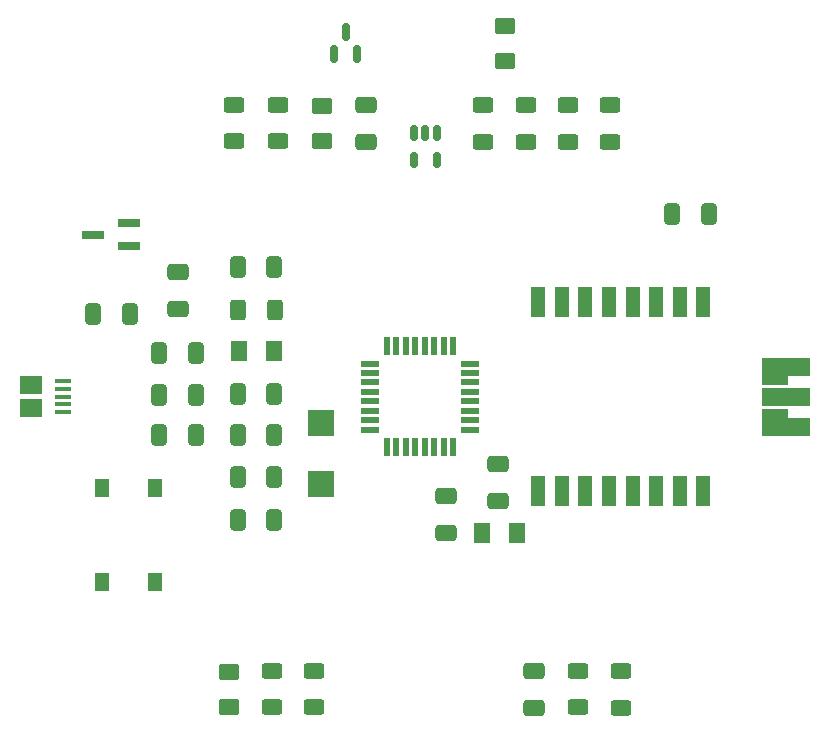
<source format=gtp>
G04 #@! TF.GenerationSoftware,KiCad,Pcbnew,7.0.0*
G04 #@! TF.CreationDate,2023-03-12T15:47:30-04:00*
G04 #@! TF.ProjectId,board,626f6172-642e-46b6-9963-61645f706362,rev?*
G04 #@! TF.SameCoordinates,Original*
G04 #@! TF.FileFunction,Paste,Top*
G04 #@! TF.FilePolarity,Positive*
%FSLAX46Y46*%
G04 Gerber Fmt 4.6, Leading zero omitted, Abs format (unit mm)*
G04 Created by KiCad (PCBNEW 7.0.0) date 2023-03-12 15:47:30*
%MOMM*%
%LPD*%
G01*
G04 APERTURE LIST*
G04 Aperture macros list*
%AMRoundRect*
0 Rectangle with rounded corners*
0 $1 Rounding radius*
0 $2 $3 $4 $5 $6 $7 $8 $9 X,Y pos of 4 corners*
0 Add a 4 corners polygon primitive as box body*
4,1,4,$2,$3,$4,$5,$6,$7,$8,$9,$2,$3,0*
0 Add four circle primitives for the rounded corners*
1,1,$1+$1,$2,$3*
1,1,$1+$1,$4,$5*
1,1,$1+$1,$6,$7*
1,1,$1+$1,$8,$9*
0 Add four rect primitives between the rounded corners*
20,1,$1+$1,$2,$3,$4,$5,0*
20,1,$1+$1,$4,$5,$6,$7,0*
20,1,$1+$1,$6,$7,$8,$9,0*
20,1,$1+$1,$8,$9,$2,$3,0*%
G04 Aperture macros list end*
%ADD10RoundRect,0.250000X0.650000X-0.412500X0.650000X0.412500X-0.650000X0.412500X-0.650000X-0.412500X0*%
%ADD11RoundRect,0.250000X-0.412500X-0.650000X0.412500X-0.650000X0.412500X0.650000X-0.412500X0.650000X0*%
%ADD12R,0.550000X1.600000*%
%ADD13R,1.600000X0.550000*%
%ADD14R,1.350000X0.400000*%
%ADD15R,1.900000X1.500000*%
%ADD16R,4.064000X1.524000*%
%ADD17R,2.200000X1.050000*%
%ADD18RoundRect,0.250000X-0.400000X-0.625000X0.400000X-0.625000X0.400000X0.625000X-0.400000X0.625000X0*%
%ADD19RoundRect,0.250000X0.412500X0.650000X-0.412500X0.650000X-0.412500X-0.650000X0.412500X-0.650000X0*%
%ADD20RoundRect,0.250000X0.625000X-0.400000X0.625000X0.400000X-0.625000X0.400000X-0.625000X-0.400000X0*%
%ADD21RoundRect,0.250001X0.462499X0.624999X-0.462499X0.624999X-0.462499X-0.624999X0.462499X-0.624999X0*%
%ADD22RoundRect,0.250001X-0.462499X-0.624999X0.462499X-0.624999X0.462499X0.624999X-0.462499X0.624999X0*%
%ADD23R,1.200000X2.500000*%
%ADD24RoundRect,0.250001X-0.624999X0.462499X-0.624999X-0.462499X0.624999X-0.462499X0.624999X0.462499X0*%
%ADD25R,1.900000X0.800000*%
%ADD26RoundRect,0.250000X-0.625000X0.400000X-0.625000X-0.400000X0.625000X-0.400000X0.625000X0.400000X0*%
%ADD27RoundRect,0.150000X-0.150000X0.512500X-0.150000X-0.512500X0.150000X-0.512500X0.150000X0.512500X0*%
%ADD28RoundRect,0.150000X0.150000X-0.587500X0.150000X0.587500X-0.150000X0.587500X-0.150000X-0.587500X0*%
%ADD29RoundRect,0.250000X-0.650000X0.412500X-0.650000X-0.412500X0.650000X-0.412500X0.650000X0.412500X0*%
%ADD30RoundRect,0.250001X0.624999X-0.462499X0.624999X0.462499X-0.624999X0.462499X-0.624999X-0.462499X0*%
%ADD31R,2.200000X2.275000*%
%ADD32R,1.300000X1.550000*%
G04 APERTURE END LIST*
D10*
X129500000Y-92562500D03*
X129500000Y-89437500D03*
D11*
X127900000Y-96290000D03*
X131025000Y-96290000D03*
D12*
X147199999Y-104249999D03*
X147999999Y-104249999D03*
X148799999Y-104249999D03*
X149599999Y-104249999D03*
X150399999Y-104249999D03*
X151199999Y-104249999D03*
X151999999Y-104249999D03*
X152799999Y-104249999D03*
D13*
X154249999Y-102799999D03*
X154249999Y-101999999D03*
X154249999Y-101199999D03*
X154249999Y-100399999D03*
X154249999Y-99599999D03*
X154249999Y-98799999D03*
X154249999Y-97999999D03*
X154249999Y-97199999D03*
D12*
X152799999Y-95749999D03*
X151999999Y-95749999D03*
X151199999Y-95749999D03*
X150399999Y-95749999D03*
X149599999Y-95749999D03*
X148799999Y-95749999D03*
X147999999Y-95749999D03*
X147199999Y-95749999D03*
D13*
X145749999Y-97199999D03*
X145749999Y-97999999D03*
X145749999Y-98799999D03*
X145749999Y-99599999D03*
X145749999Y-100399999D03*
X145749999Y-101199999D03*
X145749999Y-101999999D03*
X145749999Y-102799999D03*
D14*
X119762499Y-98699999D03*
X119762499Y-99349999D03*
X119762499Y-99999999D03*
X119762499Y-100649999D03*
X119762499Y-101299999D03*
D15*
X117062499Y-98999999D03*
X117062499Y-100999999D03*
D16*
X180999999Y-99999999D03*
X180999999Y-97459999D03*
D17*
X180069999Y-98469999D03*
X180069999Y-101529999D03*
D16*
X180999999Y-102539999D03*
D11*
X171334000Y-84506000D03*
X174459000Y-84506000D03*
X134550000Y-106763330D03*
X137675000Y-106763330D03*
D18*
X134592500Y-92666666D03*
X137692500Y-92666666D03*
D11*
X127902000Y-103275000D03*
X131027000Y-103275000D03*
D19*
X137675000Y-99769998D03*
X134550000Y-99769998D03*
D11*
X134550000Y-103266664D03*
X137675000Y-103266664D03*
X127900000Y-99846000D03*
X131025000Y-99846000D03*
D20*
X163350000Y-126315000D03*
X163350000Y-123215000D03*
D11*
X122351700Y-92964200D03*
X125476700Y-92964200D03*
D21*
X137630000Y-96103332D03*
X134655000Y-96103332D03*
D19*
X137675000Y-110460000D03*
X134550000Y-110460000D03*
D10*
X152200000Y-111512500D03*
X152200000Y-108387500D03*
D22*
X155212500Y-111550000D03*
X158187500Y-111550000D03*
D23*
X159999999Y-107999999D03*
X161999999Y-107999999D03*
X163999999Y-107999999D03*
X165999999Y-107999999D03*
X167999999Y-107999999D03*
X169999999Y-107999999D03*
X171999999Y-107999999D03*
X173999999Y-107999999D03*
X173999999Y-91999999D03*
X171999999Y-91999999D03*
X169999999Y-91999999D03*
X167999999Y-91999999D03*
X165999999Y-91999999D03*
X163999999Y-91999999D03*
X161999999Y-91999999D03*
X159999999Y-91999999D03*
D24*
X133800000Y-123300000D03*
X133800000Y-126275000D03*
D25*
X125337999Y-87233999D03*
X125337999Y-85333999D03*
X122337999Y-86283999D03*
D20*
X141050000Y-126315000D03*
X141050000Y-123215000D03*
D24*
X141666000Y-75385000D03*
X141666000Y-78360000D03*
D26*
X137934000Y-75277500D03*
X137934000Y-78377500D03*
D20*
X166100000Y-78400000D03*
X166100000Y-75300000D03*
D26*
X158949666Y-75300000D03*
X158949666Y-78400000D03*
D27*
X151400000Y-77712500D03*
X150450000Y-77712500D03*
X149500000Y-77712500D03*
X149500000Y-79987500D03*
X151400000Y-79987500D03*
D28*
X142750000Y-70965500D03*
X144650000Y-70965500D03*
X143700000Y-69090500D03*
D26*
X162524832Y-75300000D03*
X162524832Y-78400000D03*
D20*
X167000000Y-126350000D03*
X167000000Y-123250000D03*
X155374500Y-78400000D03*
X155374500Y-75300000D03*
D10*
X145428000Y-78420000D03*
X145428000Y-75295000D03*
D29*
X159650000Y-123202500D03*
X159650000Y-126327500D03*
D30*
X157200000Y-71587500D03*
X157200000Y-68612500D03*
D20*
X137450000Y-126315000D03*
X137450000Y-123215000D03*
D19*
X137675000Y-89000000D03*
X134550000Y-89000000D03*
D31*
X141617999Y-102238499D03*
X141617999Y-107413499D03*
D26*
X134252000Y-75277500D03*
X134252000Y-78377500D03*
D29*
X156604000Y-105737500D03*
X156604000Y-108862500D03*
D32*
X127549999Y-107719999D03*
X127549999Y-115679999D03*
X123049999Y-107719999D03*
X123049999Y-115679999D03*
M02*

</source>
